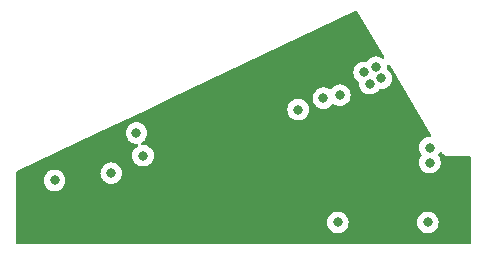
<source format=gbr>
%TF.GenerationSoftware,KiCad,Pcbnew,6.0.11-2627ca5db0~126~ubuntu20.04.1*%
%TF.CreationDate,2023-08-10T10:55:20+02:00*%
%TF.ProjectId,ScartPCB,53636172-7450-4434-922e-6b696361645f,2.0*%
%TF.SameCoordinates,PX76bb820PY7641700*%
%TF.FileFunction,Copper,L3,Inr*%
%TF.FilePolarity,Positive*%
%FSLAX46Y46*%
G04 Gerber Fmt 4.6, Leading zero omitted, Abs format (unit mm)*
G04 Created by KiCad (PCBNEW 6.0.11-2627ca5db0~126~ubuntu20.04.1) date 2023-08-10 10:55:20*
%MOMM*%
%LPD*%
G01*
G04 APERTURE LIST*
%TA.AperFunction,ViaPad*%
%ADD10C,0.800000*%
%TD*%
G04 APERTURE END LIST*
D10*
%TO.N,GND*%
X9129400Y10182600D03*
X30490800Y10436600D03*
X6868800Y2308600D03*
X32472000Y12494000D03*
X14742800Y12290800D03*
X30592400Y17066000D03*
X4841014Y8298785D03*
X28154000Y18590000D03*
X16673200Y7240500D03*
X30490800Y7515600D03*
X17740000Y12748000D03*
X6868800Y4112000D03*
X9967600Y5788400D03*
X33234000Y10208000D03*
X29170000Y18082000D03*
X22148398Y13179800D03*
X23378800Y7541000D03*
X16470000Y13256000D03*
X6132200Y1419600D03*
X6132200Y3248400D03*
X26630000Y9954000D03*
X19179206Y7807194D03*
X37806000Y7160000D03*
X34199200Y5813800D03*
X12177400Y11655800D03*
X28458800Y15999200D03*
X37044000Y6398000D03*
%TO.N,+5V*%
X29957400Y15059400D03*
X11237600Y7998200D03*
X30440000Y14094200D03*
X35520000Y7414000D03*
X31379800Y14551400D03*
X24366073Y11911398D03*
X30973400Y15491200D03*
X10678800Y9928600D03*
X35520000Y8684000D03*
%TO.N,AL*%
X27722200Y2359400D03*
X26503000Y12875000D03*
%TO.N,AR*%
X35342200Y2359400D03*
X27900000Y13129000D03*
%TO.N,Net-(CC1-Pad1)*%
X3740767Y5902100D03*
%TO.N,Net-(CC1-Pad2)*%
X8545200Y6523698D03*
%TD*%
%TA.AperFunction,Conductor*%
%TO.N,GND*%
G36*
X29333154Y20276429D02*
G01*
X29360095Y20244828D01*
X31657087Y16416509D01*
X31674983Y16347805D01*
X31652894Y16280333D01*
X31597833Y16235513D01*
X31527282Y16227576D01*
X31474982Y16249747D01*
X31435494Y16278437D01*
X31435493Y16278438D01*
X31430152Y16282318D01*
X31424124Y16285002D01*
X31424122Y16285003D01*
X31261719Y16357309D01*
X31261718Y16357309D01*
X31255688Y16359994D01*
X31162287Y16379847D01*
X31075344Y16398328D01*
X31075339Y16398328D01*
X31068887Y16399700D01*
X30877913Y16399700D01*
X30871461Y16398328D01*
X30871456Y16398328D01*
X30784512Y16379847D01*
X30691112Y16359994D01*
X30685082Y16357309D01*
X30685081Y16357309D01*
X30522678Y16285003D01*
X30522676Y16285002D01*
X30516648Y16282318D01*
X30362147Y16170066D01*
X30234360Y16028144D01*
X30231061Y16022430D01*
X30229315Y16019405D01*
X30227847Y16018005D01*
X30227176Y16017082D01*
X30227007Y16017205D01*
X30177931Y15970413D01*
X30108217Y15956979D01*
X30094000Y15959162D01*
X30059353Y15966527D01*
X30059340Y15966528D01*
X30052887Y15967900D01*
X29861913Y15967900D01*
X29855461Y15966528D01*
X29855456Y15966528D01*
X29768513Y15948047D01*
X29675112Y15928194D01*
X29669082Y15925509D01*
X29669081Y15925509D01*
X29506678Y15853203D01*
X29506676Y15853202D01*
X29500648Y15850518D01*
X29346147Y15738266D01*
X29341726Y15733356D01*
X29341725Y15733355D01*
X29268837Y15652404D01*
X29218360Y15596344D01*
X29122873Y15430956D01*
X29063858Y15249328D01*
X29063168Y15242767D01*
X29063168Y15242765D01*
X29047454Y15093252D01*
X29043896Y15059400D01*
X29063858Y14869472D01*
X29122873Y14687844D01*
X29218360Y14522456D01*
X29346147Y14380534D01*
X29482809Y14281243D01*
X29526162Y14225022D01*
X29534057Y14166138D01*
X29526496Y14094200D01*
X29527186Y14087635D01*
X29544793Y13920118D01*
X29546458Y13904272D01*
X29605473Y13722644D01*
X29700960Y13557256D01*
X29828747Y13415334D01*
X29983248Y13303082D01*
X29989276Y13300398D01*
X29989278Y13300397D01*
X30151681Y13228091D01*
X30157712Y13225406D01*
X30251112Y13205553D01*
X30338056Y13187072D01*
X30338061Y13187072D01*
X30344513Y13185700D01*
X30535487Y13185700D01*
X30541939Y13187072D01*
X30541944Y13187072D01*
X30628888Y13205553D01*
X30722288Y13225406D01*
X30728319Y13228091D01*
X30890722Y13300397D01*
X30890724Y13300398D01*
X30896752Y13303082D01*
X31051253Y13415334D01*
X31179040Y13557256D01*
X31192114Y13579902D01*
X31243498Y13628894D01*
X31301233Y13642900D01*
X31475287Y13642900D01*
X31481739Y13644272D01*
X31481744Y13644272D01*
X31568688Y13662753D01*
X31662088Y13682606D01*
X31668119Y13685291D01*
X31830522Y13757597D01*
X31830524Y13757598D01*
X31836552Y13760282D01*
X31991053Y13872534D01*
X32033898Y13920118D01*
X32114421Y14009548D01*
X32114422Y14009549D01*
X32118840Y14014456D01*
X32214327Y14179844D01*
X32273342Y14361472D01*
X32274938Y14376651D01*
X32292614Y14544835D01*
X32293304Y14551400D01*
X32273342Y14741328D01*
X32214327Y14922956D01*
X32118840Y15088344D01*
X31991053Y15230266D01*
X31927666Y15276320D01*
X31884313Y15332543D01*
X31876418Y15391426D01*
X31886214Y15484635D01*
X31886904Y15491200D01*
X31877301Y15582566D01*
X31890073Y15652404D01*
X31938575Y15704250D01*
X32007408Y15721645D01*
X32074718Y15699064D01*
X32110655Y15660562D01*
X35636996Y9783326D01*
X35654892Y9714622D01*
X35632803Y9647150D01*
X35577742Y9602330D01*
X35528952Y9592500D01*
X35424513Y9592500D01*
X35418061Y9591128D01*
X35418056Y9591128D01*
X35331113Y9572647D01*
X35237712Y9552794D01*
X35231682Y9550109D01*
X35231681Y9550109D01*
X35069278Y9477803D01*
X35069276Y9477802D01*
X35063248Y9475118D01*
X34908747Y9362866D01*
X34904326Y9357956D01*
X34904325Y9357955D01*
X34806883Y9249734D01*
X34780960Y9220944D01*
X34685473Y9055556D01*
X34626458Y8873928D01*
X34625768Y8867367D01*
X34625768Y8867365D01*
X34617847Y8792003D01*
X34606496Y8684000D01*
X34626458Y8494072D01*
X34685473Y8312444D01*
X34688776Y8306722D01*
X34688777Y8306721D01*
X34694984Y8295971D01*
X34780960Y8147056D01*
X34793338Y8133309D01*
X34824054Y8069303D01*
X34815290Y7998850D01*
X34793339Y7964693D01*
X34780960Y7950944D01*
X34777659Y7945226D01*
X34694964Y7801994D01*
X34685473Y7785556D01*
X34626458Y7603928D01*
X34625768Y7597367D01*
X34625768Y7597365D01*
X34612271Y7468949D01*
X34606496Y7414000D01*
X34607186Y7407435D01*
X34616921Y7314816D01*
X34626458Y7224072D01*
X34685473Y7042444D01*
X34780960Y6877056D01*
X34785378Y6872149D01*
X34785379Y6872148D01*
X34878966Y6768209D01*
X34908747Y6735134D01*
X35063248Y6622882D01*
X35069276Y6620198D01*
X35069278Y6620197D01*
X35231681Y6547891D01*
X35237712Y6545206D01*
X35331113Y6525353D01*
X35418056Y6506872D01*
X35418061Y6506872D01*
X35424513Y6505500D01*
X35615487Y6505500D01*
X35621939Y6506872D01*
X35621944Y6506872D01*
X35708887Y6525353D01*
X35802288Y6545206D01*
X35808319Y6547891D01*
X35970722Y6620197D01*
X35970724Y6620198D01*
X35976752Y6622882D01*
X36131253Y6735134D01*
X36161034Y6768209D01*
X36254621Y6872148D01*
X36254622Y6872149D01*
X36259040Y6877056D01*
X36354527Y7042444D01*
X36413542Y7224072D01*
X36423080Y7314816D01*
X36432814Y7407435D01*
X36433504Y7414000D01*
X36427729Y7468949D01*
X36414232Y7597365D01*
X36414232Y7597367D01*
X36413542Y7603928D01*
X36354527Y7785556D01*
X36345037Y7801994D01*
X36262341Y7945226D01*
X36259040Y7950944D01*
X36246662Y7964691D01*
X36215946Y8028697D01*
X36224710Y8099150D01*
X36246661Y8133307D01*
X36259040Y8147056D01*
X36327843Y8266226D01*
X36379226Y8315219D01*
X36448939Y8328655D01*
X36514850Y8302269D01*
X36543524Y8270461D01*
X36567080Y8233127D01*
X36568531Y8230769D01*
X36582751Y8207069D01*
X36585471Y8203724D01*
X36588567Y8199072D01*
X36608776Y8167042D01*
X36615500Y8161104D01*
X36615507Y8161095D01*
X36624115Y8153493D01*
X36638462Y8138549D01*
X36651371Y8122673D01*
X36680009Y8102928D01*
X36691885Y8093643D01*
X36717951Y8070622D01*
X36736472Y8061926D01*
X36754442Y8051606D01*
X36771287Y8039992D01*
X36796709Y8031591D01*
X36804313Y8029078D01*
X36818318Y8023500D01*
X36849800Y8008719D01*
X36858668Y8007338D01*
X36858669Y8007338D01*
X36870011Y8005572D01*
X36890159Y8000709D01*
X36901061Y7997107D01*
X36901062Y7997107D01*
X36909589Y7994289D01*
X36931139Y7993542D01*
X36944338Y7993084D01*
X36950705Y7992481D01*
X36950716Y7992625D01*
X36955581Y7992248D01*
X36960386Y7991500D01*
X36987823Y7991500D01*
X36992191Y7991424D01*
X37046183Y7989551D01*
X37046185Y7989551D01*
X37055159Y7989240D01*
X37062145Y7991023D01*
X37071015Y7991500D01*
X38865500Y7991500D01*
X38933621Y7971498D01*
X38980114Y7917842D01*
X38991500Y7865500D01*
X38991500Y634500D01*
X38971498Y566379D01*
X38917842Y519886D01*
X38865500Y508500D01*
X634500Y508500D01*
X566379Y528502D01*
X519886Y582158D01*
X508500Y634500D01*
X508500Y2359400D01*
X26808696Y2359400D01*
X26828658Y2169472D01*
X26887673Y1987844D01*
X26983160Y1822456D01*
X27110947Y1680534D01*
X27265448Y1568282D01*
X27271476Y1565598D01*
X27271478Y1565597D01*
X27433881Y1493291D01*
X27439912Y1490606D01*
X27533313Y1470753D01*
X27620256Y1452272D01*
X27620261Y1452272D01*
X27626713Y1450900D01*
X27817687Y1450900D01*
X27824139Y1452272D01*
X27824144Y1452272D01*
X27911087Y1470753D01*
X28004488Y1490606D01*
X28010519Y1493291D01*
X28172922Y1565597D01*
X28172924Y1565598D01*
X28178952Y1568282D01*
X28333453Y1680534D01*
X28461240Y1822456D01*
X28556727Y1987844D01*
X28615742Y2169472D01*
X28635704Y2359400D01*
X34428696Y2359400D01*
X34448658Y2169472D01*
X34507673Y1987844D01*
X34603160Y1822456D01*
X34730947Y1680534D01*
X34885448Y1568282D01*
X34891476Y1565598D01*
X34891478Y1565597D01*
X35053881Y1493291D01*
X35059912Y1490606D01*
X35153313Y1470753D01*
X35240256Y1452272D01*
X35240261Y1452272D01*
X35246713Y1450900D01*
X35437687Y1450900D01*
X35444139Y1452272D01*
X35444144Y1452272D01*
X35531087Y1470753D01*
X35624488Y1490606D01*
X35630519Y1493291D01*
X35792922Y1565597D01*
X35792924Y1565598D01*
X35798952Y1568282D01*
X35953453Y1680534D01*
X36081240Y1822456D01*
X36176727Y1987844D01*
X36235742Y2169472D01*
X36255704Y2359400D01*
X36235742Y2549328D01*
X36176727Y2730956D01*
X36081240Y2896344D01*
X35953453Y3038266D01*
X35798952Y3150518D01*
X35792924Y3153202D01*
X35792922Y3153203D01*
X35630519Y3225509D01*
X35630518Y3225509D01*
X35624488Y3228194D01*
X35531087Y3248047D01*
X35444144Y3266528D01*
X35444139Y3266528D01*
X35437687Y3267900D01*
X35246713Y3267900D01*
X35240261Y3266528D01*
X35240256Y3266528D01*
X35153313Y3248047D01*
X35059912Y3228194D01*
X35053882Y3225509D01*
X35053881Y3225509D01*
X34891478Y3153203D01*
X34891476Y3153202D01*
X34885448Y3150518D01*
X34730947Y3038266D01*
X34603160Y2896344D01*
X34507673Y2730956D01*
X34448658Y2549328D01*
X34428696Y2359400D01*
X28635704Y2359400D01*
X28615742Y2549328D01*
X28556727Y2730956D01*
X28461240Y2896344D01*
X28333453Y3038266D01*
X28178952Y3150518D01*
X28172924Y3153202D01*
X28172922Y3153203D01*
X28010519Y3225509D01*
X28010518Y3225509D01*
X28004488Y3228194D01*
X27911087Y3248047D01*
X27824144Y3266528D01*
X27824139Y3266528D01*
X27817687Y3267900D01*
X27626713Y3267900D01*
X27620261Y3266528D01*
X27620256Y3266528D01*
X27533313Y3248047D01*
X27439912Y3228194D01*
X27433882Y3225509D01*
X27433881Y3225509D01*
X27271478Y3153203D01*
X27271476Y3153202D01*
X27265448Y3150518D01*
X27110947Y3038266D01*
X26983160Y2896344D01*
X26887673Y2730956D01*
X26828658Y2549328D01*
X26808696Y2359400D01*
X508500Y2359400D01*
X508500Y5902100D01*
X2827263Y5902100D01*
X2847225Y5712172D01*
X2906240Y5530544D01*
X3001727Y5365156D01*
X3129514Y5223234D01*
X3284015Y5110982D01*
X3290043Y5108298D01*
X3290045Y5108297D01*
X3452448Y5035991D01*
X3458479Y5033306D01*
X3551879Y5013453D01*
X3638823Y4994972D01*
X3638828Y4994972D01*
X3645280Y4993600D01*
X3836254Y4993600D01*
X3842706Y4994972D01*
X3842711Y4994972D01*
X3929655Y5013453D01*
X4023055Y5033306D01*
X4029086Y5035991D01*
X4191489Y5108297D01*
X4191491Y5108298D01*
X4197519Y5110982D01*
X4352020Y5223234D01*
X4479807Y5365156D01*
X4575294Y5530544D01*
X4634309Y5712172D01*
X4654271Y5902100D01*
X4653581Y5908665D01*
X4634999Y6085465D01*
X4634999Y6085467D01*
X4634309Y6092028D01*
X4575294Y6273656D01*
X4479807Y6439044D01*
X4418735Y6506872D01*
X4403585Y6523698D01*
X7631696Y6523698D01*
X7632386Y6517133D01*
X7640078Y6443952D01*
X7651658Y6333770D01*
X7710673Y6152142D01*
X7806160Y5986754D01*
X7810578Y5981847D01*
X7810579Y5981846D01*
X7882383Y5902100D01*
X7933947Y5844832D01*
X8088448Y5732580D01*
X8094476Y5729896D01*
X8094478Y5729895D01*
X8256881Y5657589D01*
X8262912Y5654904D01*
X8356313Y5635051D01*
X8443256Y5616570D01*
X8443261Y5616570D01*
X8449713Y5615198D01*
X8640687Y5615198D01*
X8647139Y5616570D01*
X8647144Y5616570D01*
X8734087Y5635051D01*
X8827488Y5654904D01*
X8833519Y5657589D01*
X8995922Y5729895D01*
X8995924Y5729896D01*
X9001952Y5732580D01*
X9156453Y5844832D01*
X9208017Y5902100D01*
X9279821Y5981846D01*
X9279822Y5981847D01*
X9284240Y5986754D01*
X9379727Y6152142D01*
X9438742Y6333770D01*
X9450323Y6443952D01*
X9458014Y6517133D01*
X9458704Y6523698D01*
X9448562Y6620197D01*
X9439432Y6707063D01*
X9439432Y6707065D01*
X9438742Y6713626D01*
X9379727Y6895254D01*
X9284240Y7060642D01*
X9156453Y7202564D01*
X9001952Y7314816D01*
X8995924Y7317500D01*
X8995922Y7317501D01*
X8833519Y7389807D01*
X8833518Y7389807D01*
X8827488Y7392492D01*
X8734088Y7412345D01*
X8647144Y7430826D01*
X8647139Y7430826D01*
X8640687Y7432198D01*
X8449713Y7432198D01*
X8443261Y7430826D01*
X8443256Y7430826D01*
X8356312Y7412345D01*
X8262912Y7392492D01*
X8256882Y7389807D01*
X8256881Y7389807D01*
X8094478Y7317501D01*
X8094476Y7317500D01*
X8088448Y7314816D01*
X7933947Y7202564D01*
X7806160Y7060642D01*
X7710673Y6895254D01*
X7651658Y6713626D01*
X7650968Y6707065D01*
X7650968Y6707063D01*
X7641838Y6620197D01*
X7631696Y6523698D01*
X4403585Y6523698D01*
X4356442Y6576055D01*
X4356441Y6576056D01*
X4352020Y6580966D01*
X4197519Y6693218D01*
X4191491Y6695902D01*
X4191489Y6695903D01*
X4029086Y6768209D01*
X4029085Y6768209D01*
X4023055Y6770894D01*
X3929654Y6790747D01*
X3842711Y6809228D01*
X3842706Y6809228D01*
X3836254Y6810600D01*
X3645280Y6810600D01*
X3638828Y6809228D01*
X3638823Y6809228D01*
X3551880Y6790747D01*
X3458479Y6770894D01*
X3452449Y6768209D01*
X3452448Y6768209D01*
X3290045Y6695903D01*
X3290043Y6695902D01*
X3284015Y6693218D01*
X3129514Y6580966D01*
X3125093Y6576056D01*
X3125092Y6576055D01*
X3062800Y6506872D01*
X3001727Y6439044D01*
X2906240Y6273656D01*
X2847225Y6092028D01*
X2846535Y6085467D01*
X2846535Y6085465D01*
X2827953Y5908665D01*
X2827263Y5902100D01*
X508500Y5902100D01*
X508500Y6598792D01*
X528502Y6666913D01*
X580478Y6712624D01*
X7356999Y9928600D01*
X9765296Y9928600D01*
X9785258Y9738672D01*
X9844273Y9557044D01*
X9939760Y9391656D01*
X9944178Y9386749D01*
X9944179Y9386748D01*
X9970104Y9357955D01*
X10067547Y9249734D01*
X10222048Y9137482D01*
X10228076Y9134798D01*
X10228078Y9134797D01*
X10272067Y9115212D01*
X10396512Y9059806D01*
X10489912Y9039953D01*
X10576856Y9021472D01*
X10576861Y9021472D01*
X10583313Y9020100D01*
X10711716Y9020100D01*
X10779837Y9000098D01*
X10826330Y8946442D01*
X10836434Y8876168D01*
X10806940Y8811588D01*
X10780519Y8789771D01*
X10780848Y8789318D01*
X10626347Y8677066D01*
X10498560Y8535144D01*
X10403073Y8369756D01*
X10344058Y8188128D01*
X10343368Y8181567D01*
X10343368Y8181565D01*
X10337178Y8122673D01*
X10324096Y7998200D01*
X10344058Y7808272D01*
X10403073Y7626644D01*
X10406376Y7620922D01*
X10406377Y7620921D01*
X10416188Y7603928D01*
X10498560Y7461256D01*
X10502978Y7456349D01*
X10502979Y7456348D01*
X10559240Y7393864D01*
X10626347Y7319334D01*
X10780848Y7207082D01*
X10786876Y7204398D01*
X10786878Y7204397D01*
X10921531Y7144446D01*
X10955312Y7129406D01*
X11048713Y7109553D01*
X11135656Y7091072D01*
X11135661Y7091072D01*
X11142113Y7089700D01*
X11333087Y7089700D01*
X11339539Y7091072D01*
X11339544Y7091072D01*
X11426487Y7109553D01*
X11519888Y7129406D01*
X11553669Y7144446D01*
X11688322Y7204397D01*
X11688324Y7204398D01*
X11694352Y7207082D01*
X11848853Y7319334D01*
X11915960Y7393864D01*
X11972221Y7456348D01*
X11972222Y7456349D01*
X11976640Y7461256D01*
X12059012Y7603928D01*
X12068823Y7620921D01*
X12068824Y7620922D01*
X12072127Y7626644D01*
X12131142Y7808272D01*
X12151104Y7998200D01*
X12138022Y8122673D01*
X12131832Y8181565D01*
X12131832Y8181567D01*
X12131142Y8188128D01*
X12072127Y8369756D01*
X11976640Y8535144D01*
X11848853Y8677066D01*
X11694352Y8789318D01*
X11688324Y8792002D01*
X11688322Y8792003D01*
X11525919Y8864309D01*
X11525918Y8864309D01*
X11519888Y8866994D01*
X11425170Y8887127D01*
X11339544Y8905328D01*
X11339539Y8905328D01*
X11333087Y8906700D01*
X11204684Y8906700D01*
X11136563Y8926702D01*
X11090070Y8980358D01*
X11079966Y9050632D01*
X11109460Y9115212D01*
X11135881Y9137029D01*
X11135552Y9137482D01*
X11257182Y9225852D01*
X11290053Y9249734D01*
X11387496Y9357955D01*
X11413421Y9386748D01*
X11413422Y9386749D01*
X11417840Y9391656D01*
X11513327Y9557044D01*
X11572342Y9738672D01*
X11592304Y9928600D01*
X11572342Y10118528D01*
X11513327Y10300156D01*
X11417840Y10465544D01*
X11290053Y10607466D01*
X11135552Y10719718D01*
X11129524Y10722402D01*
X11129522Y10722403D01*
X10967119Y10794709D01*
X10967118Y10794709D01*
X10961088Y10797394D01*
X10867687Y10817247D01*
X10780744Y10835728D01*
X10780739Y10835728D01*
X10774287Y10837100D01*
X10583313Y10837100D01*
X10576861Y10835728D01*
X10576856Y10835728D01*
X10489913Y10817247D01*
X10396512Y10797394D01*
X10390482Y10794709D01*
X10390481Y10794709D01*
X10228078Y10722403D01*
X10228076Y10722402D01*
X10222048Y10719718D01*
X10067547Y10607466D01*
X9939760Y10465544D01*
X9844273Y10300156D01*
X9785258Y10118528D01*
X9765296Y9928600D01*
X7356999Y9928600D01*
X11535038Y11911398D01*
X23452569Y11911398D01*
X23472531Y11721470D01*
X23531546Y11539842D01*
X23627033Y11374454D01*
X23754820Y11232532D01*
X23909321Y11120280D01*
X23915349Y11117596D01*
X23915351Y11117595D01*
X24077754Y11045289D01*
X24083785Y11042604D01*
X24177185Y11022751D01*
X24264129Y11004270D01*
X24264134Y11004270D01*
X24270586Y11002898D01*
X24461560Y11002898D01*
X24468012Y11004270D01*
X24468017Y11004270D01*
X24554961Y11022751D01*
X24648361Y11042604D01*
X24654392Y11045289D01*
X24816795Y11117595D01*
X24816797Y11117596D01*
X24822825Y11120280D01*
X24977326Y11232532D01*
X25105113Y11374454D01*
X25200600Y11539842D01*
X25259615Y11721470D01*
X25279577Y11911398D01*
X25269757Y12004834D01*
X25260305Y12094763D01*
X25260305Y12094765D01*
X25259615Y12101326D01*
X25200600Y12282954D01*
X25105113Y12448342D01*
X24977326Y12590264D01*
X24878230Y12662262D01*
X24828167Y12698635D01*
X24828166Y12698636D01*
X24822825Y12702516D01*
X24816797Y12705200D01*
X24816795Y12705201D01*
X24654392Y12777507D01*
X24654391Y12777507D01*
X24648361Y12780192D01*
X24554960Y12800045D01*
X24468017Y12818526D01*
X24468012Y12818526D01*
X24461560Y12819898D01*
X24270586Y12819898D01*
X24264134Y12818526D01*
X24264129Y12818526D01*
X24177185Y12800045D01*
X24083785Y12780192D01*
X24077755Y12777507D01*
X24077754Y12777507D01*
X23915351Y12705201D01*
X23915349Y12705200D01*
X23909321Y12702516D01*
X23903980Y12698636D01*
X23903979Y12698635D01*
X23853916Y12662262D01*
X23754820Y12590264D01*
X23627033Y12448342D01*
X23531546Y12282954D01*
X23472531Y12101326D01*
X23471841Y12094765D01*
X23471841Y12094763D01*
X23462389Y12004834D01*
X23452569Y11911398D01*
X11535038Y11911398D01*
X13565485Y12875000D01*
X25589496Y12875000D01*
X25590186Y12868435D01*
X25607625Y12702516D01*
X25609458Y12685072D01*
X25668473Y12503444D01*
X25763960Y12338056D01*
X25891747Y12196134D01*
X25990843Y12124136D01*
X26031272Y12094763D01*
X26046248Y12083882D01*
X26052276Y12081198D01*
X26052278Y12081197D01*
X26214681Y12008891D01*
X26220712Y12006206D01*
X26314112Y11986353D01*
X26401056Y11967872D01*
X26401061Y11967872D01*
X26407513Y11966500D01*
X26598487Y11966500D01*
X26604939Y11967872D01*
X26604944Y11967872D01*
X26691888Y11986353D01*
X26785288Y12006206D01*
X26791319Y12008891D01*
X26953722Y12081197D01*
X26953724Y12081198D01*
X26959752Y12083882D01*
X26974729Y12094763D01*
X27015157Y12124136D01*
X27114253Y12196134D01*
X27242040Y12338056D01*
X27243216Y12336997D01*
X27293071Y12375444D01*
X27363807Y12381522D01*
X27412849Y12359968D01*
X27437907Y12341762D01*
X27437910Y12341760D01*
X27443248Y12337882D01*
X27449276Y12335198D01*
X27449278Y12335197D01*
X27580735Y12276669D01*
X27617712Y12260206D01*
X27711112Y12240353D01*
X27798056Y12221872D01*
X27798061Y12221872D01*
X27804513Y12220500D01*
X27995487Y12220500D01*
X28001939Y12221872D01*
X28001944Y12221872D01*
X28088887Y12240353D01*
X28182288Y12260206D01*
X28219265Y12276669D01*
X28350722Y12335197D01*
X28350724Y12335198D01*
X28356752Y12337882D01*
X28511253Y12450134D01*
X28515675Y12455045D01*
X28634621Y12587148D01*
X28634622Y12587149D01*
X28639040Y12592056D01*
X28734527Y12757444D01*
X28793542Y12939072D01*
X28813504Y13129000D01*
X28807545Y13185700D01*
X28794232Y13312365D01*
X28794232Y13312367D01*
X28793542Y13318928D01*
X28734527Y13500556D01*
X28639040Y13665944D01*
X28624038Y13682606D01*
X28515675Y13802955D01*
X28515674Y13802956D01*
X28511253Y13807866D01*
X28356752Y13920118D01*
X28350724Y13922802D01*
X28350722Y13922803D01*
X28188319Y13995109D01*
X28188318Y13995109D01*
X28182288Y13997794D01*
X28076999Y14020174D01*
X28001944Y14036128D01*
X28001939Y14036128D01*
X27995487Y14037500D01*
X27804513Y14037500D01*
X27798061Y14036128D01*
X27798056Y14036128D01*
X27723001Y14020174D01*
X27617712Y13997794D01*
X27611682Y13995109D01*
X27611681Y13995109D01*
X27449278Y13922803D01*
X27449276Y13922802D01*
X27443248Y13920118D01*
X27288747Y13807866D01*
X27160960Y13665944D01*
X27159784Y13667003D01*
X27109929Y13628556D01*
X27039193Y13622478D01*
X26990151Y13644032D01*
X26965093Y13662238D01*
X26965090Y13662240D01*
X26959752Y13666118D01*
X26953724Y13668802D01*
X26953722Y13668803D01*
X26791319Y13741109D01*
X26791318Y13741109D01*
X26785288Y13743794D01*
X26689460Y13764163D01*
X26604944Y13782128D01*
X26604939Y13782128D01*
X26598487Y13783500D01*
X26407513Y13783500D01*
X26401061Y13782128D01*
X26401056Y13782128D01*
X26316540Y13764163D01*
X26220712Y13743794D01*
X26214682Y13741109D01*
X26214681Y13741109D01*
X26052278Y13668803D01*
X26052276Y13668802D01*
X26046248Y13666118D01*
X25891747Y13553866D01*
X25887326Y13548956D01*
X25887325Y13548955D01*
X25843747Y13500556D01*
X25763960Y13411944D01*
X25668473Y13246556D01*
X25609458Y13064928D01*
X25589496Y12875000D01*
X13565485Y12875000D01*
X29198029Y20293834D01*
X29268147Y20304970D01*
X29333154Y20276429D01*
G37*
%TD.AperFunction*%
%TD*%
M02*

</source>
